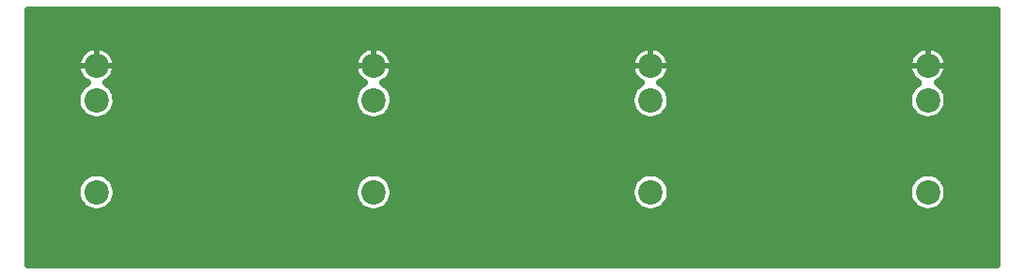
<source format=gbr>
G04 DipTrace 3.3.1.3*
G04 Bottom.gbr*
%MOIN*%
G04 #@! TF.FileFunction,Copper,L2,Bot*
G04 #@! TF.Part,Single*
G04 #@! TA.AperFunction,CopperBalancing*
%ADD14C,0.025*%
%ADD15C,0.02*%
G04 #@! TA.AperFunction,ComponentPad*
%ADD34C,0.086614*%
%FSLAX26Y26*%
G04*
G70*
G90*
G75*
G01*
G04 Bottom*
%LPD*%
X644940Y1313025D2*
D14*
X4079474D1*
X644940Y1288156D2*
X4079474D1*
X644940Y1263287D2*
X4079474D1*
X644940Y1238419D2*
X4079474D1*
X644940Y1213550D2*
X4079474D1*
X644940Y1188681D2*
X832386D1*
X939261D2*
X1816654D1*
X1923492D2*
X2800921D1*
X2907760D2*
X3785152D1*
X3891992D2*
X4079474D1*
X644940Y1163812D2*
X817387D1*
X954261D2*
X1801618D1*
X1938529D2*
X2785886D1*
X2922795D2*
X3770152D1*
X3907028D2*
X4079474D1*
X644940Y1138944D2*
X813547D1*
X958101D2*
X1797814D1*
X1942332D2*
X2782046D1*
X2926600D2*
X3766314D1*
X3910866D2*
X4079474D1*
X644940Y1114075D2*
X818894D1*
X952753D2*
X1803161D1*
X1936986D2*
X2787428D1*
X2921252D2*
X3771660D1*
X3905520D2*
X4079474D1*
X644940Y1089206D2*
X836476D1*
X935171D2*
X1820744D1*
X1919438D2*
X2804975D1*
X2903669D2*
X3789243D1*
X3887937D2*
X4079474D1*
X644940Y1064337D2*
X830341D1*
X941307D2*
X1814608D1*
X1925573D2*
X2798840D1*
X2909806D2*
X3783106D1*
X3894073D2*
X4079474D1*
X644940Y1039469D2*
X816633D1*
X955014D2*
X1800865D1*
X1939282D2*
X2785131D1*
X2923513D2*
X3769399D1*
X3907781D2*
X4079474D1*
X644940Y1014600D2*
X813655D1*
X957993D2*
X1797921D1*
X1942260D2*
X2782154D1*
X2926492D2*
X3766421D1*
X3910759D2*
X4079474D1*
X644940Y989731D2*
X819899D1*
X951749D2*
X1804165D1*
X1935980D2*
X2788433D1*
X2920248D2*
X3772664D1*
X3904479D2*
X4079474D1*
X644940Y964862D2*
X839133D1*
X932514D2*
X1823400D1*
X1916747D2*
X2807631D1*
X2901014D2*
X3791899D1*
X3885281D2*
X4079474D1*
X644940Y939993D2*
X4079474D1*
X644940Y915125D2*
X4079474D1*
X644940Y890256D2*
X4079474D1*
X644940Y865387D2*
X4079474D1*
X644940Y840518D2*
X4079474D1*
X644940Y815650D2*
X4079474D1*
X644940Y790781D2*
X4079474D1*
X644940Y765912D2*
X4079474D1*
X644940Y741043D2*
X833534D1*
X938113D2*
X1817802D1*
X1922381D2*
X2802033D1*
X2906612D2*
X3786301D1*
X3890879D2*
X4079474D1*
X644940Y716175D2*
X817818D1*
X953866D2*
X1802049D1*
X1938097D2*
X2786316D1*
X2922365D2*
X3770547D1*
X3906596D2*
X4079474D1*
X644940Y691306D2*
X813547D1*
X958136D2*
X1797778D1*
X1942367D2*
X2782046D1*
X2926635D2*
X3766277D1*
X3910866D2*
X4079474D1*
X644940Y666437D2*
X818427D1*
X953220D2*
X1802694D1*
X1937488D2*
X2786927D1*
X2921719D2*
X3771193D1*
X3905987D2*
X4079474D1*
X644940Y641568D2*
X835220D1*
X936462D2*
X1819453D1*
X1920694D2*
X2803719D1*
X2904961D2*
X3787951D1*
X3889193D2*
X4079474D1*
X644940Y616699D2*
X4079474D1*
X644940Y591831D2*
X4079474D1*
X644940Y566962D2*
X4079474D1*
X644940Y542093D2*
X4079474D1*
X644940Y517224D2*
X4079474D1*
X644940Y492356D2*
X4079474D1*
X644940Y467487D2*
X4079474D1*
X644940Y442618D2*
X4079474D1*
X955411Y686650D2*
X953697Y675832D1*
X950312Y665415D1*
X945340Y655656D1*
X938903Y646795D1*
X931157Y639050D1*
X922297Y632613D1*
X912538Y627640D1*
X902121Y624256D1*
X891303Y622542D1*
X880350D1*
X869533Y624256D1*
X859115Y627640D1*
X849357Y632613D1*
X840496Y639050D1*
X832751Y646795D1*
X826314Y655656D1*
X821341Y665415D1*
X817957Y675832D1*
X816243Y686650D1*
Y697602D1*
X817957Y708420D1*
X821341Y718837D1*
X826314Y728596D1*
X832751Y737457D1*
X840496Y745202D1*
X849357Y751639D1*
X859115Y756612D1*
X869533Y759996D1*
X880350Y761710D1*
X891303D1*
X902121Y759996D1*
X912538Y756612D1*
X922297Y751639D1*
X931157Y745202D1*
X938903Y737457D1*
X945340Y728596D1*
X950312Y718837D1*
X953697Y708420D1*
X955411Y697602D1*
Y686650D1*
Y1013421D2*
X953697Y1002604D1*
X950312Y992186D1*
X945340Y982428D1*
X938903Y973567D1*
X931157Y965822D1*
X922297Y959385D1*
X912538Y954412D1*
X902121Y951028D1*
X891303Y949314D1*
X880350D1*
X869533Y951028D1*
X859115Y954412D1*
X849357Y959385D1*
X840496Y965822D1*
X832751Y973567D1*
X826314Y982428D1*
X821341Y992186D1*
X817957Y1002604D1*
X816243Y1013421D1*
Y1024374D1*
X817957Y1035192D1*
X821341Y1045609D1*
X826314Y1055367D1*
X832751Y1064228D1*
X840496Y1071974D1*
X849357Y1078411D1*
X851835Y1079983D1*
X845615Y1083892D1*
X839843Y1088434D1*
X834579Y1093558D1*
X829882Y1099206D1*
X825806Y1105316D1*
X822394Y1111822D1*
X819684Y1118650D1*
X817707Y1125724D1*
X816484Y1132967D1*
X816030Y1140299D1*
X816349Y1147638D1*
X817437Y1154903D1*
X819283Y1162013D1*
X821866Y1168890D1*
X825156Y1175457D1*
X829119Y1181642D1*
X833711Y1187375D1*
X838879Y1192596D1*
X844567Y1197244D1*
X850713Y1201268D1*
X857247Y1204625D1*
X864097Y1207276D1*
X871189Y1209192D1*
X878442Y1210352D1*
X885777Y1210744D1*
X893113Y1210362D1*
X900367Y1209213D1*
X907462Y1207306D1*
X914316Y1204665D1*
X920856Y1201318D1*
X927007Y1197303D1*
X932701Y1192663D1*
X937877Y1187450D1*
X942476Y1181722D1*
X946448Y1175543D1*
X949748Y1168980D1*
X952340Y1162108D1*
X954197Y1155000D1*
X955295Y1147738D1*
X955602Y1139108D1*
X955022Y1131785D1*
X953676Y1124564D1*
X951579Y1117524D1*
X948753Y1110743D1*
X945231Y1104297D1*
X941051Y1098257D1*
X936259Y1092690D1*
X930908Y1087657D1*
X925058Y1083214D1*
X919710Y1079928D1*
X926854Y1075366D1*
X935182Y1068253D1*
X942295Y1059925D1*
X948018Y1050585D1*
X952210Y1040467D1*
X954766Y1029816D1*
X955626Y1018898D1*
X955411Y1013421D1*
X1939663Y686650D2*
X1937949Y675832D1*
X1934564Y665415D1*
X1929592Y655656D1*
X1923155Y646795D1*
X1915409Y639050D1*
X1906549Y632613D1*
X1896790Y627640D1*
X1886373Y624256D1*
X1875555Y622542D1*
X1864602D1*
X1853785Y624256D1*
X1843367Y627640D1*
X1833609Y632613D1*
X1824748Y639050D1*
X1817003Y646795D1*
X1810566Y655656D1*
X1805593Y665415D1*
X1802209Y675832D1*
X1800495Y686650D1*
Y697602D1*
X1802209Y708420D1*
X1805593Y718837D1*
X1810566Y728596D1*
X1817003Y737457D1*
X1824748Y745202D1*
X1833609Y751639D1*
X1843367Y756612D1*
X1853785Y759996D1*
X1864602Y761710D1*
X1875555D1*
X1886373Y759996D1*
X1896790Y756612D1*
X1906549Y751639D1*
X1915409Y745202D1*
X1923155Y737457D1*
X1929592Y728596D1*
X1934564Y718837D1*
X1937949Y708420D1*
X1939663Y697602D1*
Y686650D1*
Y1013421D2*
X1937949Y1002604D1*
X1934564Y992186D1*
X1929592Y982428D1*
X1923155Y973567D1*
X1915409Y965822D1*
X1906549Y959385D1*
X1896790Y954412D1*
X1886373Y951028D1*
X1875555Y949314D1*
X1864602D1*
X1853785Y951028D1*
X1843367Y954412D1*
X1833609Y959385D1*
X1824748Y965822D1*
X1817003Y973567D1*
X1810566Y982428D1*
X1805593Y992186D1*
X1802209Y1002604D1*
X1800495Y1013421D1*
Y1024374D1*
X1802209Y1035192D1*
X1805593Y1045609D1*
X1810566Y1055367D1*
X1817003Y1064228D1*
X1824748Y1071974D1*
X1833609Y1078411D1*
X1836087Y1079983D1*
X1829867Y1083892D1*
X1824094Y1088434D1*
X1818831Y1093558D1*
X1814134Y1099206D1*
X1810058Y1105316D1*
X1806646Y1111822D1*
X1803936Y1118650D1*
X1801959Y1125724D1*
X1800736Y1132967D1*
X1800282Y1140299D1*
X1800601Y1147638D1*
X1801689Y1154903D1*
X1803535Y1162013D1*
X1806118Y1168890D1*
X1809408Y1175457D1*
X1813371Y1181642D1*
X1817963Y1187375D1*
X1823131Y1192596D1*
X1828819Y1197244D1*
X1834965Y1201268D1*
X1841499Y1204625D1*
X1848349Y1207276D1*
X1855441Y1209192D1*
X1862694Y1210352D1*
X1870029Y1210744D1*
X1877365Y1210362D1*
X1884619Y1209213D1*
X1891714Y1207306D1*
X1898568Y1204665D1*
X1905108Y1201318D1*
X1911259Y1197303D1*
X1916953Y1192663D1*
X1922129Y1187450D1*
X1926728Y1181722D1*
X1930699Y1175543D1*
X1934000Y1168980D1*
X1936592Y1162108D1*
X1938449Y1155000D1*
X1939547Y1147738D1*
X1939854Y1139108D1*
X1939274Y1131785D1*
X1937928Y1124564D1*
X1935831Y1117524D1*
X1933005Y1110743D1*
X1929483Y1104297D1*
X1925303Y1098257D1*
X1920510Y1092690D1*
X1915160Y1087657D1*
X1909310Y1083214D1*
X1903962Y1079928D1*
X1911106Y1075366D1*
X1919434Y1068253D1*
X1926547Y1059925D1*
X1932270Y1050585D1*
X1936462Y1040467D1*
X1939018Y1029816D1*
X1939878Y1018898D1*
X1939663Y1013421D1*
X2923915Y686650D2*
X2922201Y675832D1*
X2918816Y665415D1*
X2913844Y655656D1*
X2907407Y646795D1*
X2899661Y639050D1*
X2890801Y632613D1*
X2881042Y627640D1*
X2870625Y624256D1*
X2859807Y622542D1*
X2848854D1*
X2838037Y624256D1*
X2827619Y627640D1*
X2817861Y632613D1*
X2809000Y639050D1*
X2801255Y646795D1*
X2794818Y655656D1*
X2789845Y665415D1*
X2786461Y675832D1*
X2784747Y686650D1*
Y697602D1*
X2786461Y708420D1*
X2789845Y718837D1*
X2794818Y728596D1*
X2801255Y737457D1*
X2809000Y745202D1*
X2817861Y751639D1*
X2827619Y756612D1*
X2838037Y759996D1*
X2848854Y761710D1*
X2859807D1*
X2870625Y759996D1*
X2881042Y756612D1*
X2890801Y751639D1*
X2899661Y745202D1*
X2907407Y737457D1*
X2913844Y728596D1*
X2918816Y718837D1*
X2922201Y708420D1*
X2923915Y697602D1*
Y686650D1*
Y1013421D2*
X2922201Y1002604D1*
X2918816Y992186D1*
X2913844Y982428D1*
X2907407Y973567D1*
X2899661Y965822D1*
X2890801Y959385D1*
X2881042Y954412D1*
X2870625Y951028D1*
X2859807Y949314D1*
X2848854D1*
X2838037Y951028D1*
X2827619Y954412D1*
X2817861Y959385D1*
X2809000Y965822D1*
X2801255Y973567D1*
X2794818Y982428D1*
X2789845Y992186D1*
X2786461Y1002604D1*
X2784747Y1013421D1*
Y1024374D1*
X2786461Y1035192D1*
X2789845Y1045609D1*
X2794818Y1055367D1*
X2801255Y1064228D1*
X2809000Y1071974D1*
X2817861Y1078411D1*
X2820339Y1079983D1*
X2814119Y1083892D1*
X2808346Y1088434D1*
X2803083Y1093558D1*
X2798386Y1099206D1*
X2794310Y1105316D1*
X2790898Y1111822D1*
X2788188Y1118650D1*
X2786211Y1125724D1*
X2784988Y1132967D1*
X2784534Y1140299D1*
X2784853Y1147638D1*
X2785941Y1154903D1*
X2787787Y1162013D1*
X2790370Y1168890D1*
X2793660Y1175457D1*
X2797623Y1181642D1*
X2802215Y1187375D1*
X2807383Y1192596D1*
X2813071Y1197244D1*
X2819217Y1201268D1*
X2825751Y1204625D1*
X2832601Y1207276D1*
X2839693Y1209192D1*
X2846946Y1210352D1*
X2854281Y1210744D1*
X2861617Y1210362D1*
X2868871Y1209213D1*
X2875966Y1207306D1*
X2882820Y1204665D1*
X2889360Y1201318D1*
X2895510Y1197303D1*
X2901205Y1192663D1*
X2906381Y1187450D1*
X2910980Y1181722D1*
X2914951Y1175543D1*
X2918252Y1168980D1*
X2920844Y1162108D1*
X2922701Y1155000D1*
X2923799Y1147738D1*
X2924106Y1139108D1*
X2923526Y1131785D1*
X2922180Y1124564D1*
X2920083Y1117524D1*
X2917257Y1110743D1*
X2913735Y1104297D1*
X2909555Y1098257D1*
X2904762Y1092690D1*
X2899412Y1087657D1*
X2893562Y1083214D1*
X2888214Y1079928D1*
X2895358Y1075366D1*
X2903686Y1068253D1*
X2910799Y1059925D1*
X2916522Y1050585D1*
X2920714Y1040467D1*
X2923270Y1029816D1*
X2924130Y1018898D1*
X2923915Y1013421D1*
X3908167Y686650D2*
X3906453Y675832D1*
X3903068Y665415D1*
X3898096Y655656D1*
X3891659Y646795D1*
X3883913Y639050D1*
X3875052Y632613D1*
X3865294Y627640D1*
X3854877Y624256D1*
X3844059Y622542D1*
X3833106D1*
X3822289Y624256D1*
X3811871Y627640D1*
X3802113Y632613D1*
X3793252Y639050D1*
X3785507Y646795D1*
X3779070Y655656D1*
X3774097Y665415D1*
X3770713Y675832D1*
X3768999Y686650D1*
Y697602D1*
X3770713Y708420D1*
X3774097Y718837D1*
X3779070Y728596D1*
X3785507Y737457D1*
X3793252Y745202D1*
X3802113Y751639D1*
X3811871Y756612D1*
X3822289Y759996D1*
X3833106Y761710D1*
X3844059D1*
X3854877Y759996D1*
X3865294Y756612D1*
X3875052Y751639D1*
X3883913Y745202D1*
X3891659Y737457D1*
X3898096Y728596D1*
X3903068Y718837D1*
X3906453Y708420D1*
X3908167Y697602D1*
Y686650D1*
Y1013421D2*
X3906453Y1002604D1*
X3903068Y992186D1*
X3898096Y982428D1*
X3891659Y973567D1*
X3883913Y965822D1*
X3875052Y959385D1*
X3865294Y954412D1*
X3854877Y951028D1*
X3844059Y949314D1*
X3833106D1*
X3822289Y951028D1*
X3811871Y954412D1*
X3802113Y959385D1*
X3793252Y965822D1*
X3785507Y973567D1*
X3779070Y982428D1*
X3774097Y992186D1*
X3770713Y1002604D1*
X3768999Y1013421D1*
Y1024374D1*
X3770713Y1035192D1*
X3774097Y1045609D1*
X3779070Y1055367D1*
X3785507Y1064228D1*
X3793252Y1071974D1*
X3802113Y1078411D1*
X3804591Y1079983D1*
X3798371Y1083892D1*
X3792598Y1088434D1*
X3787335Y1093558D1*
X3782638Y1099206D1*
X3778562Y1105316D1*
X3775150Y1111822D1*
X3772440Y1118650D1*
X3770463Y1125724D1*
X3769240Y1132967D1*
X3768786Y1140299D1*
X3769105Y1147638D1*
X3770193Y1154903D1*
X3772039Y1162013D1*
X3774622Y1168890D1*
X3777912Y1175457D1*
X3781875Y1181642D1*
X3786467Y1187375D1*
X3791635Y1192596D1*
X3797323Y1197244D1*
X3803469Y1201268D1*
X3810003Y1204625D1*
X3816853Y1207276D1*
X3823945Y1209192D1*
X3831198Y1210352D1*
X3838533Y1210744D1*
X3845869Y1210362D1*
X3853123Y1209213D1*
X3860218Y1207306D1*
X3867072Y1204665D1*
X3873612Y1201318D1*
X3879762Y1197303D1*
X3885457Y1192663D1*
X3890633Y1187450D1*
X3895232Y1181722D1*
X3899203Y1175543D1*
X3902504Y1168980D1*
X3905096Y1162108D1*
X3906953Y1155000D1*
X3908051Y1147738D1*
X3908358Y1139108D1*
X3907778Y1131785D1*
X3906432Y1124564D1*
X3904335Y1117524D1*
X3901509Y1110743D1*
X3897987Y1104297D1*
X3893807Y1098257D1*
X3889014Y1092690D1*
X3883664Y1087657D1*
X3877814Y1083214D1*
X3872466Y1079928D1*
X3879610Y1075366D1*
X3887938Y1068253D1*
X3895051Y1059925D1*
X3900774Y1050585D1*
X3904966Y1040467D1*
X3907522Y1029816D1*
X3908382Y1018898D1*
X3908167Y1013421D1*
X642445Y433760D2*
X4082016D1*
X4081988Y1337921D1*
X642394Y1337894D1*
X642421Y433732D1*
X885827Y1210709D2*
D15*
Y1140945D1*
X816063D2*
X955591D1*
X1870079Y1210709D2*
Y1140945D1*
X1800315D2*
X1939843D1*
X2854331Y1210709D2*
Y1140945D1*
X2784567D2*
X2924094D1*
X3838583Y1210709D2*
Y1140945D1*
X3768819D2*
X3908346D1*
D34*
X885827Y692126D3*
Y1018898D3*
Y1140945D3*
X1870079Y692126D3*
Y1018898D3*
Y1140945D3*
X2854331Y692126D3*
Y1018898D3*
Y1140945D3*
X3838583Y692126D3*
Y1018898D3*
Y1140945D3*
M02*

</source>
